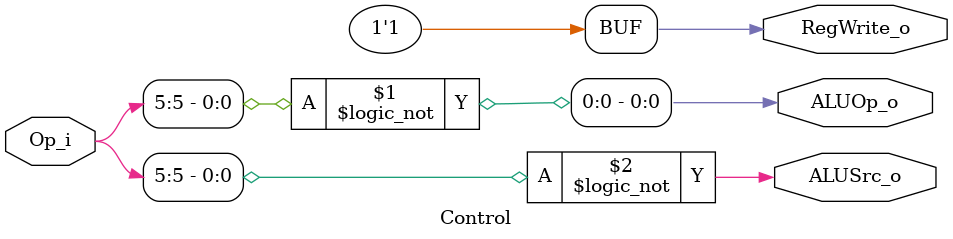
<source format=v>
module Control(
  Op_i,
  ALUOp_o,
  ALUSrc_o,
  RegWrite_o
);

input      [6:0] Op_i;
output     [1:0] ALUOp_o;
output           ALUSrc_o;
output           RegWrite_o;

assign ALUOp_o[0] = !Op_i[5];
assign ALUSrc_o = !Op_i[5];
assign RegWrite_o = 1;

endmodule

</source>
